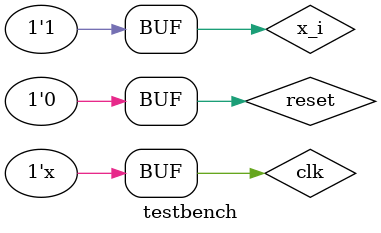
<source format=v>
`timescale 1ns / 1ps

module testbench(

    );
    reg clk, reset, x_i;
    wire det_o;
    
    day_12_sequence_detector uut (.clk(clk), .reset(reset), .x_i(x_i), .det_o(det_o));
    
    initial
    begin
    clk = 1'b0;
    reset = 1'b1;
    #15 reset = 1'b0;
    //reset = 1'b0;
    end
    
    always #5 clk = ~clk;
    initial
    begin
    #12 x_i = 0; #10 x_i = 1; #10 x_i = 1; #10 x_i = 1; #10 x_i = 1;
    #10 x_i = 0; #10 x_i = 1; #10 x_i = 0; #10 x_i = 1; #10 x_i = 1;
    #10 x_i = 1; #10 x_i = 0; #10 x_i = 1; #10 x_i = 1; #10 x_i = 0;
    #10 x_i = 1; #10 x_i = 1; #10 x_i = 0; #10 x_i = 1; #10 x_i = 1;
    #10 x_i = 1;
    end
endmodule

</source>
